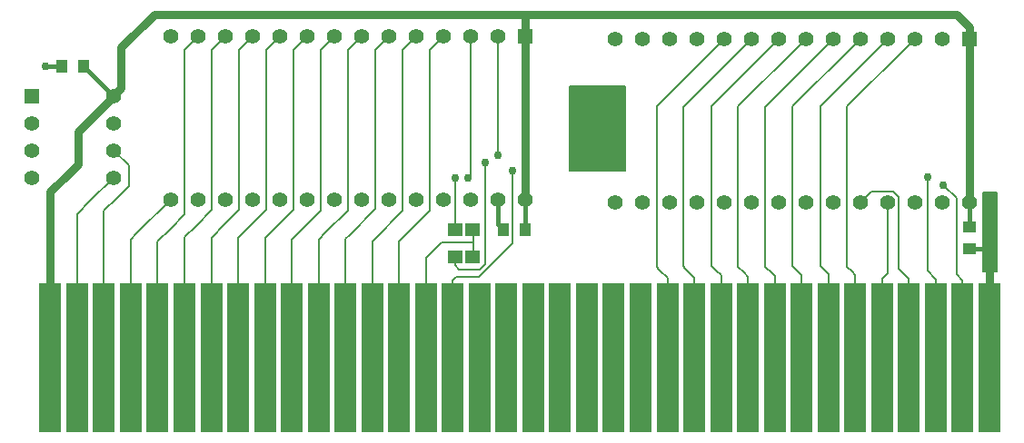
<source format=gbr>
G04 #@! TF.GenerationSoftware,KiCad,Pcbnew,(2016-12-22 revision d365dc590)-master*
G04 #@! TF.CreationDate,2016-12-28T11:12:27+01:00*
G04 #@! TF.ProjectId,mojo-nes,6D6F6A6F2D6E65732E6B696361645F70,rev?*
G04 #@! TF.FileFunction,Copper,L1,Top,Signal*
G04 #@! TF.FilePolarity,Positive*
%FSLAX46Y46*%
G04 Gerber Fmt 4.6, Leading zero omitted, Abs format (unit mm)*
G04 Created by KiCad (PCBNEW (2016-12-22 revision d365dc590)-master) date Wed Dec 28 11:12:27 2016*
%MOMM*%
%LPD*%
G01*
G04 APERTURE LIST*
%ADD10C,0.100000*%
%ADD11R,1.000000X1.250000*%
%ADD12R,1.250000X1.000000*%
%ADD13R,1.397000X1.397000*%
%ADD14C,1.397000*%
%ADD15R,2.000000X14.000000*%
%ADD16R,1.380000X1.250000*%
%ADD17C,0.889000*%
%ADD18C,0.762000*%
%ADD19C,0.381000*%
%ADD20C,0.762000*%
%ADD21C,0.203200*%
G04 APERTURE END LIST*
D10*
D11*
X142732000Y-112522000D03*
X140732000Y-112522000D03*
X101584000Y-97282000D03*
X99584000Y-97282000D03*
D12*
X184150000Y-112284000D03*
X184150000Y-114284000D03*
D13*
X184150000Y-94742000D03*
D14*
X181610000Y-94742000D03*
X179070000Y-94742000D03*
X176530000Y-94742000D03*
X173990000Y-94742000D03*
X171450000Y-94742000D03*
X168910000Y-94742000D03*
X166370000Y-94742000D03*
X163830000Y-94742000D03*
X161290000Y-94742000D03*
X158750000Y-94742000D03*
X156210000Y-94742000D03*
X153670000Y-94742000D03*
X151130000Y-94742000D03*
X151130000Y-109982000D03*
X153670000Y-109982000D03*
X156210000Y-109982000D03*
X158750000Y-109982000D03*
X161290000Y-109982000D03*
X163830000Y-109982000D03*
X166370000Y-109982000D03*
X168910000Y-109982000D03*
X171450000Y-109982000D03*
X173990000Y-109982000D03*
X176530000Y-109982000D03*
X179070000Y-109982000D03*
X181610000Y-109982000D03*
X184150000Y-109982000D03*
D13*
X142748000Y-94488000D03*
D14*
X140208000Y-94488000D03*
X137668000Y-94488000D03*
X135128000Y-94488000D03*
X132588000Y-94488000D03*
X130048000Y-94488000D03*
X127508000Y-94488000D03*
X124968000Y-94488000D03*
X122428000Y-94488000D03*
X119888000Y-94488000D03*
X117348000Y-94488000D03*
X114808000Y-94488000D03*
X112268000Y-94488000D03*
X109728000Y-94488000D03*
X109728000Y-109728000D03*
X112268000Y-109728000D03*
X114808000Y-109728000D03*
X117348000Y-109728000D03*
X119888000Y-109728000D03*
X122428000Y-109728000D03*
X124968000Y-109728000D03*
X127508000Y-109728000D03*
X130048000Y-109728000D03*
X132588000Y-109728000D03*
X135128000Y-109728000D03*
X137668000Y-109728000D03*
X140208000Y-109728000D03*
X142748000Y-109728000D03*
D13*
X96774000Y-100076000D03*
D14*
X96774000Y-102616000D03*
X96774000Y-105156000D03*
X96774000Y-107696000D03*
X104394000Y-107696000D03*
X104394000Y-105156000D03*
X104394000Y-102616000D03*
X104394000Y-100076000D03*
D15*
X185990000Y-124460000D03*
X183490000Y-124460000D03*
X180990000Y-124460000D03*
X178490000Y-124460000D03*
X175990000Y-124460000D03*
X173490000Y-124460000D03*
X170990000Y-124460000D03*
X168490000Y-124460000D03*
X165990000Y-124460000D03*
X163490000Y-124460000D03*
X160990000Y-124460000D03*
X158490000Y-124460000D03*
X155990000Y-124460000D03*
X153490000Y-124460000D03*
X150990000Y-124460000D03*
X148490000Y-124460000D03*
X145990000Y-124460000D03*
X143490000Y-124460000D03*
X140990000Y-124460000D03*
X138490000Y-124460000D03*
X135990000Y-124460000D03*
X133490000Y-124460000D03*
X130990000Y-124460000D03*
X128490000Y-124460000D03*
X125990000Y-124460000D03*
X123490000Y-124460000D03*
X120990000Y-124460000D03*
X118490000Y-124460000D03*
X115990000Y-124460000D03*
X113490000Y-124460000D03*
X110990000Y-124460000D03*
X108490000Y-124460000D03*
X105990000Y-124460000D03*
X103490000Y-124460000D03*
X100990000Y-124460000D03*
X98490000Y-124460000D03*
D16*
X136248400Y-112522000D03*
X137868400Y-112522000D03*
X136248400Y-115062000D03*
X137868400Y-115062000D03*
D17*
X186055000Y-109728000D03*
X186055000Y-111252000D03*
X186055000Y-114300000D03*
X186055000Y-115697000D03*
X186055000Y-112776000D03*
D18*
X98044000Y-97282000D03*
X147828000Y-106172000D03*
X147828000Y-104648000D03*
X147828000Y-103124000D03*
X147828000Y-101600000D03*
X147828000Y-100076000D03*
X151130000Y-100076000D03*
X151130000Y-101600000D03*
X151130000Y-103124000D03*
X151130000Y-104648000D03*
X151130000Y-106172000D03*
X181711600Y-108381800D03*
X180213000Y-107619800D03*
X141579600Y-107061000D03*
X137388600Y-107746820D03*
X136245600Y-107746820D03*
X139042800Y-106321842D03*
X140208000Y-105587800D03*
D19*
X184150000Y-109982000D02*
X184150000Y-108994172D01*
X184150000Y-112284000D02*
X184150000Y-109982000D01*
X142732000Y-112522000D02*
X142732000Y-109744000D01*
X142732000Y-109744000D02*
X142748000Y-109728000D01*
X104394000Y-100076000D02*
X104378000Y-100076000D01*
X104378000Y-100076000D02*
X101584000Y-97282000D01*
D20*
X101092000Y-103378000D02*
X104394000Y-100076000D01*
X101092000Y-106426000D02*
X101092000Y-103378000D01*
X142748000Y-92481400D02*
X142748000Y-94488000D01*
X105092499Y-99377501D02*
X105092499Y-95567501D01*
X105092499Y-95567501D02*
X108178600Y-92481400D01*
X108178600Y-92481400D02*
X142748000Y-92481400D01*
X104394000Y-100076000D02*
X105092499Y-99377501D01*
X184150000Y-93662500D02*
X184150000Y-94742000D01*
X182968900Y-92481400D02*
X184150000Y-93662500D01*
X142748000Y-92481400D02*
X182968900Y-92481400D01*
X142748000Y-109728000D02*
X142748000Y-94488000D01*
X98490000Y-109028000D02*
X98490000Y-124460000D01*
X100335080Y-107182920D02*
X98490000Y-109028000D01*
X100335080Y-107182920D02*
X101092000Y-106426000D01*
X184150000Y-107567730D02*
X184150000Y-109982000D01*
X184150000Y-108994172D02*
X184150000Y-107567730D01*
X184150000Y-107567730D02*
X184150000Y-94742000D01*
D19*
X184150000Y-114284000D02*
X185912000Y-114284000D01*
X185912000Y-114284000D02*
X185928000Y-114300000D01*
D20*
X185928000Y-112776000D02*
X185928000Y-114300000D01*
X185990000Y-124460000D02*
X185990000Y-115886000D01*
X185990000Y-115886000D02*
X185928000Y-115824000D01*
X185928000Y-114300000D02*
X185928000Y-115824000D01*
X185928000Y-112776000D02*
X185928000Y-111252000D01*
X185928000Y-111252000D02*
X185928000Y-109728000D01*
D19*
X99584000Y-97282000D02*
X98044000Y-97282000D01*
X140732000Y-112522000D02*
X140208000Y-111998000D01*
X140208000Y-111998000D02*
X140208000Y-110820200D01*
X140208000Y-110820200D02*
X140208000Y-109728000D01*
X147828000Y-106172000D02*
X147828000Y-104648000D01*
X147828000Y-103124000D02*
X147828000Y-101600000D01*
X147828000Y-100076000D02*
X151130000Y-100076000D01*
X151130000Y-101600000D02*
X151130000Y-103124000D01*
X151130000Y-104648000D02*
X151130000Y-106172000D01*
D21*
X184150000Y-124460000D02*
X184150000Y-118460000D01*
X183490000Y-117256800D02*
X183490000Y-124460000D01*
X182946800Y-116713600D02*
X183490000Y-117256800D01*
X182946800Y-109617000D02*
X182946800Y-116713600D01*
X181711600Y-108381800D02*
X182946800Y-109617000D01*
X180213000Y-108158615D02*
X180213000Y-107619800D01*
X181610000Y-124460000D02*
X181610000Y-118460000D01*
X180990000Y-117169200D02*
X180990000Y-124460000D01*
X180213000Y-116392200D02*
X180990000Y-117169200D01*
X180213000Y-116392200D02*
X180213000Y-108158615D01*
X178490000Y-117116800D02*
X178490000Y-124460000D01*
X177533301Y-109500415D02*
X177533301Y-116160101D01*
X177533301Y-116160101D02*
X178490000Y-117116800D01*
X177011585Y-108978699D02*
X177533301Y-109500415D01*
X174993301Y-108978699D02*
X177011585Y-108978699D01*
X173990000Y-109982000D02*
X174993301Y-108978699D01*
X175990000Y-117140740D02*
X175990000Y-124460000D01*
X176530000Y-116600740D02*
X175990000Y-117140740D01*
X176530000Y-116600740D02*
X176530000Y-109982000D01*
X178371501Y-95440499D02*
X179070000Y-94742000D01*
X172745400Y-101066600D02*
X178371501Y-95440499D01*
X172745400Y-116012200D02*
X172745400Y-101066600D01*
X173490000Y-116756800D02*
X173490000Y-124460000D01*
X173217720Y-116484520D02*
X173490000Y-116756800D01*
X173217720Y-116484520D02*
X172745400Y-116012200D01*
X175831501Y-95440499D02*
X176530000Y-94742000D01*
X170230800Y-101041200D02*
X175831501Y-95440499D01*
X170230800Y-115900200D02*
X170230800Y-101041200D01*
X170990000Y-116659400D02*
X170990000Y-124460000D01*
X170431460Y-116100860D02*
X170990000Y-116659400D01*
X170431460Y-116100860D02*
X170230800Y-115900200D01*
X173291501Y-95440499D02*
X173990000Y-94742000D01*
X167665400Y-101066600D02*
X173291501Y-95440499D01*
X167665400Y-115951000D02*
X167665400Y-101066600D01*
X168490000Y-116775600D02*
X168490000Y-124460000D01*
X168208960Y-116494560D02*
X168490000Y-116775600D01*
X168208960Y-116494560D02*
X167665400Y-115951000D01*
X165100000Y-101092000D02*
X170751501Y-95440499D01*
X170751501Y-95440499D02*
X171450000Y-94742000D01*
X165100000Y-115986800D02*
X165100000Y-101092000D01*
X165990000Y-116876800D02*
X165990000Y-124460000D01*
X165750120Y-116636920D02*
X165990000Y-116876800D01*
X165750120Y-116636920D02*
X165100000Y-115986800D01*
X162585400Y-101066600D02*
X168211501Y-95440499D01*
X162585400Y-116012200D02*
X162585400Y-101066600D01*
X168211501Y-95440499D02*
X168910000Y-94742000D01*
X163490000Y-116916800D02*
X163490000Y-124460000D01*
X163139000Y-116565800D02*
X163490000Y-116916800D01*
X163139000Y-116565800D02*
X162585400Y-116012200D01*
X165671501Y-95440499D02*
X166370000Y-94742000D01*
X160096200Y-101015800D02*
X165671501Y-95440499D01*
X160096200Y-115900200D02*
X160096200Y-101015800D01*
X160990000Y-116794000D02*
X160990000Y-124460000D01*
X160517840Y-116321840D02*
X160990000Y-116794000D01*
X160517840Y-116321840D02*
X160096200Y-115900200D01*
X163131501Y-95440499D02*
X163830000Y-94742000D01*
X157429200Y-101142800D02*
X163131501Y-95440499D01*
X157429200Y-115936000D02*
X157429200Y-101142800D01*
X158490000Y-116996800D02*
X158490000Y-124460000D01*
X157652600Y-116159400D02*
X158490000Y-116996800D01*
X157652600Y-116159400D02*
X157429200Y-115936000D01*
X160591501Y-95440499D02*
X161290000Y-94742000D01*
X154990800Y-116037600D02*
X154990800Y-101041200D01*
X154990800Y-101041200D02*
X160591501Y-95440499D01*
X155990000Y-117036800D02*
X155990000Y-124460000D01*
X155204040Y-116250840D02*
X155990000Y-117036800D01*
X155204040Y-116250840D02*
X154990800Y-116037600D01*
X136274591Y-116972209D02*
X135990000Y-117256800D01*
X138396583Y-116972209D02*
X136274591Y-116972209D01*
X135990000Y-117256800D02*
X135990000Y-124460000D01*
X141579600Y-113789192D02*
X138396583Y-116972209D01*
X141579600Y-107061000D02*
X141579600Y-113789192D01*
X137908400Y-115062000D02*
X137908400Y-112522000D01*
X133490000Y-124550000D02*
X133490000Y-115176000D01*
X137908400Y-113704000D02*
X137908400Y-112522000D01*
X137871200Y-113741200D02*
X137908400Y-113704000D01*
X134924800Y-113741200D02*
X137871200Y-113741200D01*
X133490000Y-115176000D02*
X134924800Y-113741200D01*
X130990000Y-124480000D02*
X130990000Y-113662800D01*
X133858000Y-95758000D02*
X135128000Y-94488000D01*
X133858000Y-110794800D02*
X133858000Y-95758000D01*
X130990000Y-113662800D02*
X133858000Y-110794800D01*
X131318000Y-110794800D02*
X131318000Y-95758000D01*
X131318000Y-95758000D02*
X132588000Y-94488000D01*
X128490000Y-113622800D02*
X128490000Y-124460000D01*
X128668780Y-113444020D02*
X128490000Y-113622800D01*
X128668780Y-113444020D02*
X131318000Y-110794800D01*
X128778000Y-95758000D02*
X130048000Y-94488000D01*
X128778000Y-110642400D02*
X128778000Y-95758000D01*
X125990000Y-113430400D02*
X125990000Y-124460000D01*
X126392940Y-113027460D02*
X125990000Y-113430400D01*
X126392940Y-113027460D02*
X128778000Y-110642400D01*
X126238000Y-95758000D02*
X127508000Y-94488000D01*
X126238000Y-110744000D02*
X126238000Y-95758000D01*
X123490000Y-113492000D02*
X123490000Y-124460000D01*
X124152407Y-112829593D02*
X123490000Y-113492000D01*
X124152407Y-112829593D02*
X126238000Y-110744000D01*
X123698000Y-95758000D02*
X124968000Y-94488000D01*
X123698000Y-110744000D02*
X123698000Y-95758000D01*
X120990000Y-113452000D02*
X120990000Y-124460000D01*
X121399455Y-113042545D02*
X120990000Y-113452000D01*
X121399455Y-113042545D02*
X123698000Y-110744000D01*
X121158000Y-110680500D02*
X121158000Y-95758000D01*
X121158000Y-95758000D02*
X122428000Y-94488000D01*
X118490000Y-113348500D02*
X118490000Y-124460000D01*
X119896890Y-111941610D02*
X118490000Y-113348500D01*
X119896890Y-111941610D02*
X121158000Y-110680500D01*
X118618000Y-110680500D02*
X118618000Y-95758000D01*
X118618000Y-95758000D02*
X119888000Y-94488000D01*
X115990000Y-113308500D02*
X115990000Y-124460000D01*
X117158770Y-112139730D02*
X115990000Y-113308500D01*
X117158770Y-112139730D02*
X118618000Y-110680500D01*
X116078000Y-110680500D02*
X116078000Y-95758000D01*
X116078000Y-95758000D02*
X117348000Y-94488000D01*
X113490000Y-113268500D02*
X113490000Y-124460000D01*
X114750850Y-112007650D02*
X113490000Y-113268500D01*
X114750850Y-112007650D02*
X116078000Y-110680500D01*
X113538000Y-110680500D02*
X113538000Y-95758000D01*
X113538000Y-95758000D02*
X114808000Y-94488000D01*
X110990000Y-113228500D02*
X110990000Y-124460000D01*
X112048290Y-112170210D02*
X110990000Y-113228500D01*
X112048290Y-112170210D02*
X113538000Y-110680500D01*
X110998000Y-95758000D02*
X112268000Y-94488000D01*
X110998000Y-111125000D02*
X110998000Y-95758000D01*
X108490000Y-113633000D02*
X108490000Y-124460000D01*
X109689900Y-112433100D02*
X108490000Y-113633000D01*
X109689900Y-112433100D02*
X110998000Y-111125000D01*
X105990000Y-113466000D02*
X105990000Y-124460000D01*
X106537760Y-112918240D02*
X105990000Y-113466000D01*
X106537760Y-112918240D02*
X109728000Y-109728000D01*
X105791000Y-108458000D02*
X105791000Y-106553000D01*
X105791000Y-106553000D02*
X104394000Y-105156000D01*
X103490000Y-110759000D02*
X103490000Y-124460000D01*
X104686100Y-109562900D02*
X103490000Y-110759000D01*
X104686100Y-109562900D02*
X105791000Y-108458000D01*
X100990000Y-111100000D02*
X100990000Y-124460000D01*
X102219461Y-109870539D02*
X100990000Y-111100000D01*
X102219461Y-109870539D02*
X104394000Y-107696000D01*
X137668000Y-94488000D02*
X137668000Y-107467420D01*
X137668000Y-107467420D02*
X137388600Y-107746820D01*
X136208400Y-107784020D02*
X136245600Y-107746820D01*
X136208400Y-112522000D02*
X136208400Y-107784020D01*
X139042800Y-106860657D02*
X139042800Y-106321842D01*
X139042800Y-115751242D02*
X139042800Y-106860657D01*
X138538242Y-116255800D02*
X139042800Y-115751242D01*
X136208400Y-115890200D02*
X136574000Y-116255800D01*
X136208400Y-115062000D02*
X136208400Y-115890200D01*
X136574000Y-116255800D02*
X138538242Y-116255800D01*
X140208000Y-104952800D02*
X140208000Y-105587800D01*
X140208000Y-94488000D02*
X140208000Y-104952800D01*
G36*
X152044400Y-107086400D02*
X146913600Y-107086400D01*
X146913600Y-99161600D01*
X152044400Y-99161600D01*
X152044400Y-107086400D01*
X152044400Y-107086400D01*
G37*
X152044400Y-107086400D02*
X146913600Y-107086400D01*
X146913600Y-99161600D01*
X152044400Y-99161600D01*
X152044400Y-107086400D01*
G36*
X186715400Y-116484400D02*
X185394600Y-116484400D01*
X185394600Y-109067600D01*
X186715400Y-109067600D01*
X186715400Y-116484400D01*
X186715400Y-116484400D01*
G37*
X186715400Y-116484400D02*
X185394600Y-116484400D01*
X185394600Y-109067600D01*
X186715400Y-109067600D01*
X186715400Y-116484400D01*
M02*

</source>
